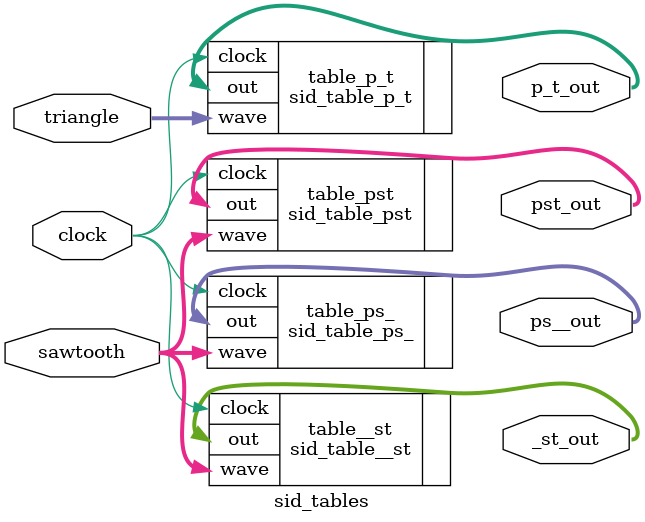
<source format=v>
/*
`include "sid_table__st.v"
`include "sid_table_p_t.v"
`include "sid_table_ps_.v"
`include "sid_table_pst.v"
*/

`include "sid_table__st_mem.v"
`include "sid_table_p_t_mem.v"
`include "sid_table_ps__mem.v"
`include "sid_table_pst_mem.v"

module sid_tables
(
	input            clock,

	input     [11:0] sawtooth,
	input     [11:0] triangle,

	output reg [7:0] _st_out,
	output reg [7:0] p_t_out,
	output reg [7:0] ps__out,
	output reg [7:0] pst_out
);

	sid_table__st table__st(
		.clock(clock),
		.wave(sawtooth),
		.out(_st_out)
	);

	sid_table_p_t table_p_t(
		.clock(clock),
		.wave(triangle),
		.out(p_t_out)
	);

	sid_table_ps_ table_ps_(
		.clock(clock),
		.wave(sawtooth),
		.out(ps__out)
	);

	sid_table_pst table_pst(
		.clock(clock),
		.wave(sawtooth),
		.out(pst_out)
	);

endmodule

</source>
